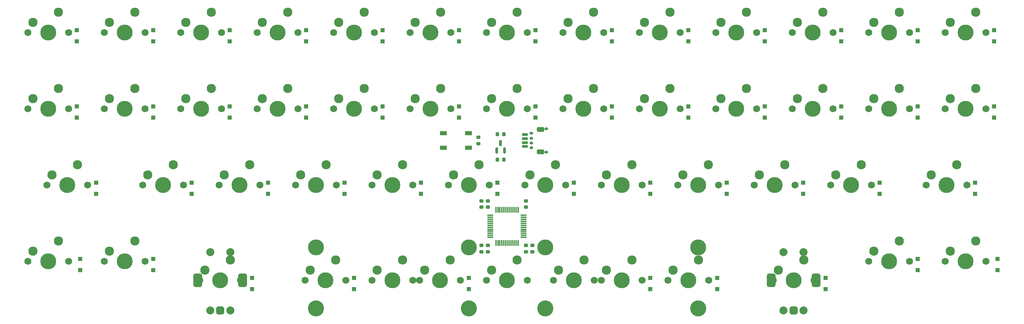
<source format=gbr>
%TF.GenerationSoftware,KiCad,Pcbnew,8.0.3*%
%TF.CreationDate,2024-09-04T21:23:11+02:00*%
%TF.ProjectId,ferntypes,6665726e-7479-4706-9573-2e6b69636164,rev?*%
%TF.SameCoordinates,Original*%
%TF.FileFunction,Soldermask,Bot*%
%TF.FilePolarity,Negative*%
%FSLAX46Y46*%
G04 Gerber Fmt 4.6, Leading zero omitted, Abs format (unit mm)*
G04 Created by KiCad (PCBNEW 8.0.3) date 2024-09-04 21:23:11*
%MOMM*%
%LPD*%
G01*
G04 APERTURE LIST*
G04 Aperture macros list*
%AMRoundRect*
0 Rectangle with rounded corners*
0 $1 Rounding radius*
0 $2 $3 $4 $5 $6 $7 $8 $9 X,Y pos of 4 corners*
0 Add a 4 corners polygon primitive as box body*
4,1,4,$2,$3,$4,$5,$6,$7,$8,$9,$2,$3,0*
0 Add four circle primitives for the rounded corners*
1,1,$1+$1,$2,$3*
1,1,$1+$1,$4,$5*
1,1,$1+$1,$6,$7*
1,1,$1+$1,$8,$9*
0 Add four rect primitives between the rounded corners*
20,1,$1+$1,$2,$3,$4,$5,0*
20,1,$1+$1,$4,$5,$6,$7,0*
20,1,$1+$1,$6,$7,$8,$9,0*
20,1,$1+$1,$8,$9,$2,$3,0*%
G04 Aperture macros list end*
%ADD10C,1.750000*%
%ADD11C,3.987800*%
%ADD12C,2.300000*%
%ADD13C,2.000000*%
%ADD14RoundRect,0.500000X0.500000X-0.500000X0.500000X0.500000X-0.500000X0.500000X-0.500000X-0.500000X0*%
%ADD15RoundRect,0.550000X0.550000X-1.150000X0.550000X1.150000X-0.550000X1.150000X-0.550000X-1.150000X0*%
%ADD16C,4.000000*%
%ADD17RoundRect,0.250000X0.300000X-0.300000X0.300000X0.300000X-0.300000X0.300000X-0.300000X-0.300000X0*%
%ADD18RoundRect,0.225000X-0.250000X0.225000X-0.250000X-0.225000X0.250000X-0.225000X0.250000X0.225000X0*%
%ADD19RoundRect,0.225000X0.225000X0.250000X-0.225000X0.250000X-0.225000X-0.250000X0.225000X-0.250000X0*%
%ADD20RoundRect,0.150000X-0.275000X0.150000X-0.275000X-0.150000X0.275000X-0.150000X0.275000X0.150000X0*%
%ADD21RoundRect,0.175000X-0.225000X0.175000X-0.225000X-0.175000X0.225000X-0.175000X0.225000X0.175000X0*%
%ADD22R,1.800000X1.100000*%
%ADD23RoundRect,0.075000X0.075000X-0.662500X0.075000X0.662500X-0.075000X0.662500X-0.075000X-0.662500X0*%
%ADD24RoundRect,0.075000X0.662500X-0.075000X0.662500X0.075000X-0.662500X0.075000X-0.662500X-0.075000X0*%
%ADD25RoundRect,0.225000X0.250000X-0.225000X0.250000X0.225000X-0.250000X0.225000X-0.250000X-0.225000X0*%
%ADD26RoundRect,0.150000X0.150000X-0.587500X0.150000X0.587500X-0.150000X0.587500X-0.150000X-0.587500X0*%
%ADD27RoundRect,0.150000X-0.625000X0.150000X-0.625000X-0.150000X0.625000X-0.150000X0.625000X0.150000X0*%
%ADD28RoundRect,0.250000X-0.650000X0.350000X-0.650000X-0.350000X0.650000X-0.350000X0.650000X0.350000X0*%
%ADD29RoundRect,0.200000X0.275000X-0.200000X0.275000X0.200000X-0.275000X0.200000X-0.275000X-0.200000X0*%
%ADD30RoundRect,0.225000X-0.225000X-0.250000X0.225000X-0.250000X0.225000X0.250000X-0.225000X0.250000X0*%
G04 APERTURE END LIST*
D10*
%TO.C,MX29*%
X75882500Y-79375000D03*
D11*
X80962500Y-79375000D03*
D10*
X86042500Y-79375000D03*
D12*
X77152500Y-76835000D03*
X83502500Y-74295000D03*
%TD*%
D10*
%TO.C,MX8*%
X161607500Y-41275000D03*
D11*
X166687500Y-41275000D03*
D10*
X171767500Y-41275000D03*
D12*
X162877500Y-38735000D03*
X169227500Y-36195000D03*
%TD*%
D10*
%TO.C,MX41*%
X237807500Y-98425000D03*
D11*
X242887500Y-98425000D03*
D10*
X247967500Y-98425000D03*
D12*
X239077500Y-95885000D03*
X245427500Y-93345000D03*
%TD*%
D10*
%TO.C,MX36*%
X209232500Y-79375000D03*
D11*
X214312500Y-79375000D03*
D10*
X219392500Y-79375000D03*
D12*
X210502500Y-76835000D03*
X216852500Y-74295000D03*
%TD*%
D10*
%TO.C,MX7*%
X142557500Y-41275000D03*
D11*
X147637500Y-41275000D03*
D10*
X152717500Y-41275000D03*
D12*
X143827500Y-38735000D03*
X150177500Y-36195000D03*
%TD*%
D13*
%TO.C,SW1*%
X73700000Y-110687500D03*
X78700000Y-110687500D03*
D14*
X76200000Y-110687500D03*
D15*
X70600000Y-103187500D03*
X81800000Y-103187500D03*
D13*
X78700000Y-96187500D03*
X73700000Y-96187500D03*
%TD*%
D10*
%TO.C,MX27*%
X33020000Y-79375000D03*
D11*
X38100000Y-79375000D03*
D10*
X43180000Y-79375000D03*
D12*
X34290000Y-76835000D03*
X40640000Y-74295000D03*
%TD*%
D10*
%TO.C,MX18*%
X104457500Y-60325000D03*
D11*
X109537500Y-60325000D03*
D10*
X114617500Y-60325000D03*
D12*
X105727500Y-57785000D03*
X112077500Y-55245000D03*
%TD*%
D10*
%TO.C,MX9*%
X180657500Y-41275000D03*
D11*
X185737500Y-41275000D03*
D10*
X190817500Y-41275000D03*
D12*
X181927500Y-38735000D03*
X188277500Y-36195000D03*
%TD*%
D10*
%TO.C,MX25*%
X237807500Y-60325000D03*
D11*
X242887500Y-60325000D03*
D10*
X247967500Y-60325000D03*
D12*
X239077500Y-57785000D03*
X245427500Y-55245000D03*
%TD*%
D10*
%TO.C,MX33*%
X152082500Y-79375000D03*
D11*
X157162500Y-79375000D03*
D10*
X162242500Y-79375000D03*
D12*
X153352500Y-76835000D03*
X159702500Y-74295000D03*
%TD*%
D10*
%TO.C,MX2*%
X47307500Y-41275000D03*
D11*
X52387500Y-41275000D03*
D10*
X57467500Y-41275000D03*
D12*
X48577500Y-38735000D03*
X54927500Y-36195000D03*
%TD*%
D10*
%TO.C,MX16*%
X66357500Y-60325000D03*
D11*
X71437500Y-60325000D03*
D10*
X76517500Y-60325000D03*
D12*
X67627500Y-57785000D03*
X73977500Y-55245000D03*
%TD*%
D16*
%TO.C,S1*%
X138112500Y-110172500D03*
D11*
X138112500Y-94932500D03*
D16*
X100012500Y-110172500D03*
D11*
X100012500Y-94932500D03*
%TD*%
D10*
%TO.C,MX30*%
X94932500Y-79375000D03*
D11*
X100012500Y-79375000D03*
D10*
X105092500Y-79375000D03*
D12*
X96202500Y-76835000D03*
X102552500Y-74295000D03*
%TD*%
D10*
%TO.C,MX39*%
X28257500Y-98425000D03*
D11*
X33337500Y-98425000D03*
D10*
X38417500Y-98425000D03*
D12*
X29527500Y-95885000D03*
X35877500Y-93345000D03*
%TD*%
D10*
%TO.C,MX37*%
X228282500Y-79375000D03*
D11*
X233362500Y-79375000D03*
D10*
X238442500Y-79375000D03*
D12*
X229552500Y-76835000D03*
X235902500Y-74295000D03*
%TD*%
D10*
%TO.C,MX19*%
X123507500Y-60325000D03*
D11*
X128587500Y-60325000D03*
D10*
X133667500Y-60325000D03*
D12*
X124777500Y-57785000D03*
X131127500Y-55245000D03*
%TD*%
D10*
%TO.C,MX11*%
X218757500Y-41275000D03*
D11*
X223837500Y-41275000D03*
D10*
X228917500Y-41275000D03*
D12*
X220027500Y-38735000D03*
X226377500Y-36195000D03*
%TD*%
D10*
%TO.C,MX24*%
X218757500Y-60325000D03*
D11*
X223837500Y-60325000D03*
D10*
X228917500Y-60325000D03*
D12*
X220027500Y-57785000D03*
X226377500Y-55245000D03*
%TD*%
D10*
%TO.C,MX22*%
X180657500Y-60325000D03*
D11*
X185737500Y-60325000D03*
D10*
X190817500Y-60325000D03*
D12*
X181927500Y-57785000D03*
X188277500Y-55245000D03*
%TD*%
D10*
%TO.C,MX42*%
X256857500Y-98425000D03*
D11*
X261937500Y-98425000D03*
D10*
X267017500Y-98425000D03*
D12*
X258127500Y-95885000D03*
X264477500Y-93345000D03*
%TD*%
D10*
%TO.C,MX38*%
X252095000Y-79375000D03*
D11*
X257175000Y-79375000D03*
D10*
X262255000Y-79375000D03*
D12*
X253365000Y-76835000D03*
X259715000Y-74295000D03*
%TD*%
D10*
%TO.C,MX17*%
X85407500Y-60325000D03*
D11*
X90487500Y-60325000D03*
D10*
X95567500Y-60325000D03*
D12*
X86677500Y-57785000D03*
X93027500Y-55245000D03*
%TD*%
D10*
%TO.C,MX10*%
X199707500Y-41275000D03*
D11*
X204787500Y-41275000D03*
D10*
X209867500Y-41275000D03*
D12*
X200977500Y-38735000D03*
X207327500Y-36195000D03*
%TD*%
D10*
%TO.C,MX40*%
X47307500Y-98425000D03*
D11*
X52387500Y-98425000D03*
D10*
X57467500Y-98425000D03*
D12*
X48577500Y-95885000D03*
X54927500Y-93345000D03*
%TD*%
D10*
%TO.C,MX12*%
X237807500Y-41275000D03*
D11*
X242887500Y-41275000D03*
D10*
X247967500Y-41275000D03*
D12*
X239077500Y-38735000D03*
X245427500Y-36195000D03*
%TD*%
D10*
%TO.C,MX44*%
X97313750Y-103187500D03*
D11*
X102393750Y-103187500D03*
D10*
X107473750Y-103187500D03*
D12*
X98583750Y-100647500D03*
X104933750Y-98107500D03*
%TD*%
D10*
%TO.C,MX35*%
X190182500Y-79375000D03*
D11*
X195262500Y-79375000D03*
D10*
X200342500Y-79375000D03*
D12*
X191452500Y-76835000D03*
X197802500Y-74295000D03*
%TD*%
D10*
%TO.C,MX5*%
X104457500Y-41275000D03*
D11*
X109537500Y-41275000D03*
D10*
X114617500Y-41275000D03*
D12*
X105727500Y-38735000D03*
X112077500Y-36195000D03*
%TD*%
D10*
%TO.C,MX32*%
X133032500Y-79375000D03*
D11*
X138112500Y-79375000D03*
D10*
X143192500Y-79375000D03*
D12*
X134302500Y-76835000D03*
X140652500Y-74295000D03*
%TD*%
D10*
%TO.C,MX46*%
X159226250Y-103187500D03*
D11*
X164306250Y-103187500D03*
D10*
X169386250Y-103187500D03*
D12*
X160496250Y-100647500D03*
X166846250Y-98107500D03*
%TD*%
D16*
%TO.C,S2*%
X195262500Y-110172500D03*
D11*
X195262500Y-94932500D03*
D16*
X157162500Y-110172500D03*
D11*
X157162500Y-94932500D03*
%TD*%
D10*
%TO.C,MX26*%
X256857500Y-60325000D03*
D11*
X261937500Y-60325000D03*
D10*
X267017500Y-60325000D03*
D12*
X258127500Y-57785000D03*
X264477500Y-55245000D03*
%TD*%
D10*
%TO.C,MX23*%
X199707500Y-60325000D03*
D11*
X204787500Y-60325000D03*
D10*
X209867500Y-60325000D03*
D12*
X200977500Y-57785000D03*
X207327500Y-55245000D03*
%TD*%
D10*
%TO.C,MX50*%
X142557500Y-103187500D03*
D11*
X147637500Y-103187500D03*
D10*
X152717500Y-103187500D03*
D12*
X143827500Y-100647500D03*
X150177500Y-98107500D03*
%TD*%
D10*
%TO.C,MX45*%
X125888750Y-103187500D03*
D11*
X130968750Y-103187500D03*
D10*
X136048750Y-103187500D03*
D12*
X127158750Y-100647500D03*
X133508750Y-98107500D03*
%TD*%
D10*
%TO.C,MX31*%
X113982500Y-79375000D03*
D11*
X119062500Y-79375000D03*
D10*
X124142500Y-79375000D03*
D12*
X115252500Y-76835000D03*
X121602500Y-74295000D03*
%TD*%
D10*
%TO.C,MX4*%
X85407500Y-41275000D03*
D11*
X90487500Y-41275000D03*
D10*
X95567500Y-41275000D03*
D12*
X86677500Y-38735000D03*
X93027500Y-36195000D03*
%TD*%
D10*
%TO.C,MX28*%
X56832500Y-79375000D03*
D11*
X61912500Y-79375000D03*
D10*
X66992500Y-79375000D03*
D12*
X58102500Y-76835000D03*
X64452500Y-74295000D03*
%TD*%
D10*
%TO.C,MX49*%
X113982500Y-103187500D03*
D11*
X119062500Y-103187500D03*
D10*
X124142500Y-103187500D03*
D12*
X115252500Y-100647500D03*
X121602500Y-98107500D03*
%TD*%
D13*
%TO.C,SW2*%
X216575000Y-110687500D03*
X221575000Y-110687500D03*
D14*
X219075000Y-110687500D03*
D15*
X213475000Y-103187500D03*
X224675000Y-103187500D03*
D13*
X221575000Y-96187500D03*
X216575000Y-96187500D03*
%TD*%
D10*
%TO.C,MX43*%
X71120000Y-103187500D03*
D11*
X76200000Y-103187500D03*
D10*
X81280000Y-103187500D03*
D12*
X72390000Y-100647500D03*
X78740000Y-98107500D03*
%TD*%
D10*
%TO.C,MX3*%
X66357500Y-41275000D03*
D11*
X71437500Y-41275000D03*
D10*
X76517500Y-41275000D03*
D12*
X67627500Y-38735000D03*
X73977500Y-36195000D03*
%TD*%
D10*
%TO.C,MX15*%
X47307500Y-60325000D03*
D11*
X52387500Y-60325000D03*
D10*
X57467500Y-60325000D03*
D12*
X48577500Y-57785000D03*
X54927500Y-55245000D03*
%TD*%
D10*
%TO.C,MX34*%
X171132500Y-79375000D03*
D11*
X176212500Y-79375000D03*
D10*
X181292500Y-79375000D03*
D12*
X172402500Y-76835000D03*
X178752500Y-74295000D03*
%TD*%
D10*
%TO.C,MX47*%
X187801250Y-103187500D03*
D11*
X192881250Y-103187500D03*
D10*
X197961250Y-103187500D03*
D12*
X189071250Y-100647500D03*
X195421250Y-98107500D03*
%TD*%
D10*
%TO.C,MX1*%
X28257500Y-41275000D03*
D11*
X33337500Y-41275000D03*
D10*
X38417500Y-41275000D03*
D12*
X29527500Y-38735000D03*
X35877500Y-36195000D03*
%TD*%
D10*
%TO.C,MX13*%
X256857500Y-41275000D03*
D11*
X261937500Y-41275000D03*
D10*
X267017500Y-41275000D03*
D12*
X258127500Y-38735000D03*
X264477500Y-36195000D03*
%TD*%
D10*
%TO.C,MX20*%
X142557500Y-60325000D03*
D11*
X147637500Y-60325000D03*
D10*
X152717500Y-60325000D03*
D12*
X143827500Y-57785000D03*
X150177500Y-55245000D03*
%TD*%
D10*
%TO.C,MX14*%
X28257500Y-60325000D03*
D11*
X33337500Y-60325000D03*
D10*
X38417500Y-60325000D03*
D12*
X29527500Y-57785000D03*
X35877500Y-55245000D03*
%TD*%
D10*
%TO.C,MX6*%
X123507500Y-41275000D03*
D11*
X128587500Y-41275000D03*
D10*
X133667500Y-41275000D03*
D12*
X124777500Y-38735000D03*
X131127500Y-36195000D03*
%TD*%
D10*
%TO.C,MX51*%
X171132500Y-103187500D03*
D11*
X176212500Y-103187500D03*
D10*
X181292500Y-103187500D03*
D12*
X172402500Y-100647500D03*
X178752500Y-98107500D03*
%TD*%
D10*
%TO.C,MX48*%
X213995000Y-103187500D03*
D11*
X219075000Y-103187500D03*
D10*
X224155000Y-103187500D03*
D12*
X215265000Y-100647500D03*
X221615000Y-98107500D03*
%TD*%
D10*
%TO.C,MX21*%
X161607500Y-60325000D03*
D11*
X166687500Y-60325000D03*
D10*
X171767500Y-60325000D03*
D12*
X162877500Y-57785000D03*
X169227500Y-55245000D03*
%TD*%
D17*
%TO.C,D16*%
X78581250Y-62518750D03*
X78581250Y-59718750D03*
%TD*%
D18*
%TO.C,C5*%
X142875000Y-94475000D03*
X142875000Y-96025000D03*
%TD*%
D17*
%TO.C,D10*%
X211931250Y-43468750D03*
X211931250Y-40668750D03*
%TD*%
D18*
%TO.C,C2*%
X152400000Y-94475000D03*
X152400000Y-96025000D03*
%TD*%
D17*
%TO.C,D21*%
X173831250Y-62518750D03*
X173831250Y-59718750D03*
%TD*%
%TO.C,D37*%
X240506250Y-81568750D03*
X240506250Y-78768750D03*
%TD*%
%TO.C,D28*%
X69056250Y-81568750D03*
X69056250Y-78768750D03*
%TD*%
D19*
%TO.C,C9*%
X146825000Y-73025000D03*
X145275000Y-73025000D03*
%TD*%
D17*
%TO.C,D34*%
X183356250Y-81568750D03*
X183356250Y-78768750D03*
%TD*%
D20*
%TO.C,J4*%
X153700000Y-66462500D03*
X153700000Y-67662500D03*
X153700000Y-68862500D03*
X153700000Y-70062500D03*
D21*
X157475000Y-65312500D03*
X157475000Y-71212500D03*
%TD*%
D17*
%TO.C,D42*%
X269875000Y-100618750D03*
X269875000Y-97818750D03*
%TD*%
%TO.C,D47*%
X200025000Y-105381250D03*
X200025000Y-102581250D03*
%TD*%
%TO.C,D39*%
X41275000Y-100618750D03*
X41275000Y-97818750D03*
%TD*%
%TO.C,D15*%
X59531250Y-62518750D03*
X59531250Y-59718750D03*
%TD*%
%TO.C,D13*%
X269081250Y-43468750D03*
X269081250Y-40668750D03*
%TD*%
%TO.C,D3*%
X78581250Y-43468750D03*
X78581250Y-40668750D03*
%TD*%
%TO.C,D20*%
X154781250Y-62518750D03*
X154781250Y-59718750D03*
%TD*%
%TO.C,D1*%
X40481250Y-43468750D03*
X40481250Y-40668750D03*
%TD*%
%TO.C,D11*%
X230981250Y-43468750D03*
X230981250Y-40668750D03*
%TD*%
%TO.C,D23*%
X211931250Y-62518750D03*
X211931250Y-59718750D03*
%TD*%
%TO.C,D24*%
X230981250Y-62518750D03*
X230981250Y-59718750D03*
%TD*%
%TO.C,D45*%
X138112500Y-105381250D03*
X138112500Y-102581250D03*
%TD*%
%TO.C,D7*%
X154781250Y-43468750D03*
X154781250Y-40668750D03*
%TD*%
%TO.C,D43*%
X84137500Y-105381250D03*
X84137500Y-102581250D03*
%TD*%
D18*
%TO.C,C7*%
X141287500Y-94475000D03*
X141287500Y-96025000D03*
%TD*%
D17*
%TO.C,D25*%
X250031250Y-62518750D03*
X250031250Y-59718750D03*
%TD*%
%TO.C,D6*%
X135731250Y-43468750D03*
X135731250Y-40668750D03*
%TD*%
D22*
%TO.C,SW3*%
X138037500Y-66412500D03*
X131837500Y-66412500D03*
X138037500Y-70112500D03*
X131837500Y-70112500D03*
%TD*%
D17*
%TO.C,D30*%
X107156250Y-81568750D03*
X107156250Y-78768750D03*
%TD*%
D23*
%TO.C,U3*%
X150387500Y-93856250D03*
X149887500Y-93856250D03*
X149387500Y-93856250D03*
X148887500Y-93856250D03*
X148387500Y-93856250D03*
X147887500Y-93856250D03*
X147387500Y-93856250D03*
X146887500Y-93856250D03*
X146387500Y-93856250D03*
X145887500Y-93856250D03*
X145387500Y-93856250D03*
X144887500Y-93856250D03*
D24*
X143475000Y-92443750D03*
X143475000Y-91943750D03*
X143475000Y-91443750D03*
X143475000Y-90943750D03*
X143475000Y-90443750D03*
X143475000Y-89943750D03*
X143475000Y-89443750D03*
X143475000Y-88943750D03*
X143475000Y-88443750D03*
X143475000Y-87943750D03*
X143475000Y-87443750D03*
X143475000Y-86943750D03*
D23*
X144887500Y-85531250D03*
X145387500Y-85531250D03*
X145887500Y-85531250D03*
X146387500Y-85531250D03*
X146887500Y-85531250D03*
X147387500Y-85531250D03*
X147887500Y-85531250D03*
X148387500Y-85531250D03*
X148887500Y-85531250D03*
X149387500Y-85531250D03*
X149887500Y-85531250D03*
X150387500Y-85531250D03*
D24*
X151800000Y-86943750D03*
X151800000Y-87443750D03*
X151800000Y-87943750D03*
X151800000Y-88443750D03*
X151800000Y-88943750D03*
X151800000Y-89443750D03*
X151800000Y-89943750D03*
X151800000Y-90443750D03*
X151800000Y-90943750D03*
X151800000Y-91443750D03*
X151800000Y-91943750D03*
X151800000Y-92443750D03*
%TD*%
D17*
%TO.C,D26*%
X269081250Y-62518750D03*
X269081250Y-59718750D03*
%TD*%
%TO.C,D8*%
X173831250Y-43468750D03*
X173831250Y-40668750D03*
%TD*%
%TO.C,D31*%
X126206250Y-81568750D03*
X126206250Y-78768750D03*
%TD*%
%TO.C,D46*%
X183356250Y-105381250D03*
X183356250Y-102581250D03*
%TD*%
%TO.C,D36*%
X221456250Y-81568750D03*
X221456250Y-78768750D03*
%TD*%
%TO.C,D40*%
X59531250Y-100618750D03*
X59531250Y-97818750D03*
%TD*%
D25*
%TO.C,C1*%
X152400000Y-84912500D03*
X152400000Y-83362500D03*
%TD*%
%TO.C,C6*%
X142875000Y-84912500D03*
X142875000Y-83362500D03*
%TD*%
D17*
%TO.C,D17*%
X97631250Y-62518750D03*
X97631250Y-59718750D03*
%TD*%
D26*
%TO.C,U2*%
X147000000Y-70787500D03*
X145100000Y-70787500D03*
X146050000Y-68912500D03*
%TD*%
D17*
%TO.C,D27*%
X45243750Y-81568750D03*
X45243750Y-78768750D03*
%TD*%
%TO.C,D44*%
X109537500Y-105381250D03*
X109537500Y-102581250D03*
%TD*%
%TO.C,D48*%
X227012500Y-105381250D03*
X227012500Y-102581250D03*
%TD*%
%TO.C,D22*%
X192881250Y-62518750D03*
X192881250Y-59718750D03*
%TD*%
D25*
%TO.C,C4*%
X141287500Y-84912500D03*
X141287500Y-83362500D03*
%TD*%
D17*
%TO.C,D35*%
X202406250Y-81568750D03*
X202406250Y-78768750D03*
%TD*%
D27*
%TO.C,J3*%
X152093947Y-66762500D03*
X152093947Y-67762500D03*
X152093947Y-68762500D03*
X152093947Y-69762500D03*
D28*
X155968947Y-65462500D03*
X155968947Y-71062500D03*
%TD*%
D17*
%TO.C,D12*%
X250031250Y-43468750D03*
X250031250Y-40668750D03*
%TD*%
%TO.C,D32*%
X145256250Y-81568750D03*
X145256250Y-78768750D03*
%TD*%
%TO.C,D33*%
X164306250Y-81568750D03*
X164306250Y-78768750D03*
%TD*%
%TO.C,D29*%
X88106250Y-81568750D03*
X88106250Y-78768750D03*
%TD*%
%TO.C,D2*%
X59531250Y-43468750D03*
X59531250Y-40668750D03*
%TD*%
%TO.C,D41*%
X250031250Y-100618750D03*
X250031250Y-97818750D03*
%TD*%
D29*
%TO.C,R1*%
X140493750Y-69087500D03*
X140493750Y-67437500D03*
%TD*%
D17*
%TO.C,D4*%
X97631250Y-43468750D03*
X97631250Y-40668750D03*
%TD*%
D30*
%TO.C,C8*%
X145275000Y-66675000D03*
X146825000Y-66675000D03*
%TD*%
D18*
%TO.C,C3*%
X153987500Y-94475000D03*
X153987500Y-96025000D03*
%TD*%
D17*
%TO.C,D14*%
X40481250Y-62518750D03*
X40481250Y-59718750D03*
%TD*%
%TO.C,D18*%
X116681250Y-62518750D03*
X116681250Y-59718750D03*
%TD*%
%TO.C,D38*%
X264318750Y-81568750D03*
X264318750Y-78768750D03*
%TD*%
%TO.C,D9*%
X192881250Y-43468750D03*
X192881250Y-40668750D03*
%TD*%
%TO.C,D5*%
X116681250Y-43468750D03*
X116681250Y-40668750D03*
%TD*%
%TO.C,D19*%
X135731250Y-62518750D03*
X135731250Y-59718750D03*
%TD*%
M02*

</source>
